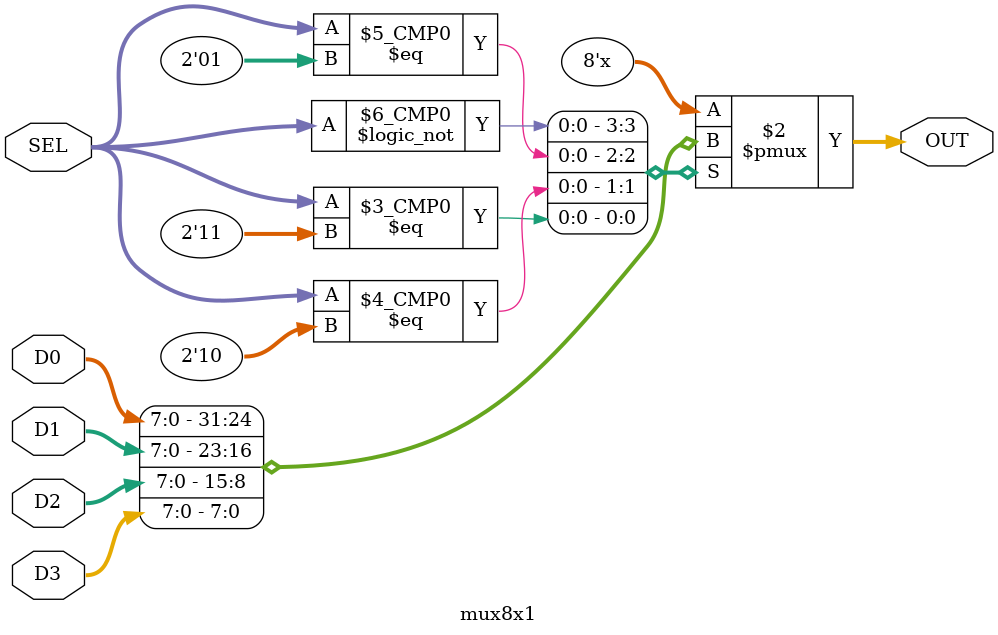
<source format=v>
/*------------------------------------------------------------------------
 * Arquivo   : mux2x1.v
 * Projeto   : Jogo do Desafio da Memoria
 *------------------------------------------------------------------------
 * Descricao : multiplexador 8x1
 * 
 * adaptado a partir do codigo my_4t1_mux.vhd do livro "Free Range VHDL"
 * 
 * exemplo de uso: ver testbench mux3x1_tb.v
 *------------------------------------------------------------------------
 * Revisoes  :
 *     Data        Versao  Autor             Descricao
 *     15/02/2024  1.0     Edson Midorikawa  criacao
 *     31/01/2025  1.1     Edson Midorikawa  revisao
 *------------------------------------------------------------------------
 */

module mux8x1 (
    input [7:0] D0,
    input [7:0] D1,
    input [7:0] D2,
    input [7:0] D3,
    input [1:0] SEL,
    output reg [7:0] OUT
);

always @(*) begin
    case (SEL)
        2'b00:    OUT = D0;
        2'b01:    OUT = D1;
        2'b10:    OUT = D2;
        2'b11:    OUT = D3;
        default: OUT = 8'b0; // saida em 0
    endcase
end

endmodule

</source>
